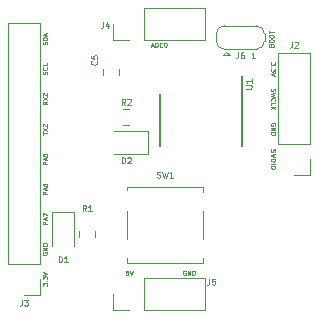
<source format=gbr>
G04 #@! TF.GenerationSoftware,KiCad,Pcbnew,(5.1.5)-2*
G04 #@! TF.CreationDate,2019-12-31T22:23:39+04:00*
G04 #@! TF.ProjectId,stm32f042_devboard,73746d33-3266-4303-9432-5f646576626f,1*
G04 #@! TF.SameCoordinates,Original*
G04 #@! TF.FileFunction,Legend,Top*
G04 #@! TF.FilePolarity,Positive*
%FSLAX46Y46*%
G04 Gerber Fmt 4.6, Leading zero omitted, Abs format (unit mm)*
G04 Created by KiCad (PCBNEW (5.1.5)-2) date 2019-12-31 22:23:39*
%MOMM*%
%LPD*%
G04 APERTURE LIST*
%ADD10C,0.076200*%
%ADD11C,0.120000*%
%ADD12C,0.150000*%
G04 APERTURE END LIST*
D10*
X141949714Y-98361500D02*
X141913428Y-98343357D01*
X141859000Y-98343357D01*
X141804571Y-98361500D01*
X141768285Y-98397785D01*
X141750142Y-98434071D01*
X141732000Y-98506642D01*
X141732000Y-98561071D01*
X141750142Y-98633642D01*
X141768285Y-98669928D01*
X141804571Y-98706214D01*
X141859000Y-98724357D01*
X141895285Y-98724357D01*
X141949714Y-98706214D01*
X141967857Y-98688071D01*
X141967857Y-98561071D01*
X141895285Y-98561071D01*
X142131142Y-98724357D02*
X142131142Y-98343357D01*
X142348857Y-98724357D01*
X142348857Y-98343357D01*
X142530285Y-98724357D02*
X142530285Y-98343357D01*
X142621000Y-98343357D01*
X142675428Y-98361500D01*
X142711714Y-98397785D01*
X142729857Y-98434071D01*
X142748000Y-98506642D01*
X142748000Y-98561071D01*
X142729857Y-98633642D01*
X142711714Y-98669928D01*
X142675428Y-98706214D01*
X142621000Y-98724357D01*
X142530285Y-98724357D01*
X137087428Y-98343357D02*
X136906000Y-98343357D01*
X136887857Y-98524785D01*
X136906000Y-98506642D01*
X136942285Y-98488500D01*
X137033000Y-98488500D01*
X137069285Y-98506642D01*
X137087428Y-98524785D01*
X137105571Y-98561071D01*
X137105571Y-98651785D01*
X137087428Y-98688071D01*
X137069285Y-98706214D01*
X137033000Y-98724357D01*
X136942285Y-98724357D01*
X136906000Y-98706214D01*
X136887857Y-98688071D01*
X137214428Y-98343357D02*
X137341428Y-98724357D01*
X137468428Y-98343357D01*
X149542500Y-86069714D02*
X149560642Y-86033428D01*
X149560642Y-85979000D01*
X149542500Y-85924571D01*
X149506214Y-85888285D01*
X149469928Y-85870142D01*
X149397357Y-85852000D01*
X149342928Y-85852000D01*
X149270357Y-85870142D01*
X149234071Y-85888285D01*
X149197785Y-85924571D01*
X149179642Y-85979000D01*
X149179642Y-86015285D01*
X149197785Y-86069714D01*
X149215928Y-86087857D01*
X149342928Y-86087857D01*
X149342928Y-86015285D01*
X149179642Y-86251142D02*
X149560642Y-86251142D01*
X149179642Y-86468857D01*
X149560642Y-86468857D01*
X149179642Y-86650285D02*
X149560642Y-86650285D01*
X149560642Y-86741000D01*
X149542500Y-86795428D01*
X149506214Y-86831714D01*
X149469928Y-86849857D01*
X149397357Y-86868000D01*
X149342928Y-86868000D01*
X149270357Y-86849857D01*
X149234071Y-86831714D01*
X149197785Y-86795428D01*
X149179642Y-86741000D01*
X149179642Y-86650285D01*
X149560642Y-80717571D02*
X149560642Y-80953428D01*
X149415500Y-80826428D01*
X149415500Y-80880857D01*
X149397357Y-80917142D01*
X149379214Y-80935285D01*
X149342928Y-80953428D01*
X149252214Y-80953428D01*
X149215928Y-80935285D01*
X149197785Y-80917142D01*
X149179642Y-80880857D01*
X149179642Y-80772000D01*
X149197785Y-80735714D01*
X149215928Y-80717571D01*
X149215928Y-81116714D02*
X149197785Y-81134857D01*
X149179642Y-81116714D01*
X149197785Y-81098571D01*
X149215928Y-81116714D01*
X149179642Y-81116714D01*
X149560642Y-81261857D02*
X149560642Y-81497714D01*
X149415500Y-81370714D01*
X149415500Y-81425142D01*
X149397357Y-81461428D01*
X149379214Y-81479571D01*
X149342928Y-81497714D01*
X149252214Y-81497714D01*
X149215928Y-81479571D01*
X149197785Y-81461428D01*
X149179642Y-81425142D01*
X149179642Y-81316285D01*
X149197785Y-81280000D01*
X149215928Y-81261857D01*
X149560642Y-81606571D02*
X149179642Y-81733571D01*
X149560642Y-81860571D01*
X147809857Y-80309357D02*
X147592142Y-80309357D01*
X147701000Y-80309357D02*
X147701000Y-79928357D01*
X147664714Y-79982785D01*
X147628428Y-80019071D01*
X147592142Y-80037214D01*
X139046857Y-79311500D02*
X139228285Y-79311500D01*
X139010571Y-79420357D02*
X139137571Y-79039357D01*
X139264571Y-79420357D01*
X139391571Y-79420357D02*
X139391571Y-79039357D01*
X139482285Y-79039357D01*
X139536714Y-79057500D01*
X139573000Y-79093785D01*
X139591142Y-79130071D01*
X139609285Y-79202642D01*
X139609285Y-79257071D01*
X139591142Y-79329642D01*
X139573000Y-79365928D01*
X139536714Y-79402214D01*
X139482285Y-79420357D01*
X139391571Y-79420357D01*
X139990285Y-79384071D02*
X139972142Y-79402214D01*
X139917714Y-79420357D01*
X139881428Y-79420357D01*
X139827000Y-79402214D01*
X139790714Y-79365928D01*
X139772571Y-79329642D01*
X139754428Y-79257071D01*
X139754428Y-79202642D01*
X139772571Y-79130071D01*
X139790714Y-79093785D01*
X139827000Y-79057500D01*
X139881428Y-79039357D01*
X139917714Y-79039357D01*
X139972142Y-79057500D01*
X139990285Y-79075642D01*
X140226142Y-79039357D02*
X140262428Y-79039357D01*
X140298714Y-79057500D01*
X140316857Y-79075642D01*
X140335000Y-79111928D01*
X140353142Y-79184500D01*
X140353142Y-79275214D01*
X140335000Y-79347785D01*
X140316857Y-79384071D01*
X140298714Y-79402214D01*
X140262428Y-79420357D01*
X140226142Y-79420357D01*
X140189857Y-79402214D01*
X140171714Y-79384071D01*
X140153571Y-79347785D01*
X140135428Y-79275214D01*
X140135428Y-79184500D01*
X140153571Y-79111928D01*
X140171714Y-79075642D01*
X140189857Y-79057500D01*
X140226142Y-79039357D01*
X130202214Y-79202642D02*
X130220357Y-79148214D01*
X130220357Y-79057500D01*
X130202214Y-79021214D01*
X130184071Y-79003071D01*
X130147785Y-78984928D01*
X130111500Y-78984928D01*
X130075214Y-79003071D01*
X130057071Y-79021214D01*
X130038928Y-79057500D01*
X130020785Y-79130071D01*
X130002642Y-79166357D01*
X129984500Y-79184500D01*
X129948214Y-79202642D01*
X129911928Y-79202642D01*
X129875642Y-79184500D01*
X129857500Y-79166357D01*
X129839357Y-79130071D01*
X129839357Y-79039357D01*
X129857500Y-78984928D01*
X130220357Y-78821642D02*
X129839357Y-78821642D01*
X129839357Y-78730928D01*
X129857500Y-78676500D01*
X129893785Y-78640214D01*
X129930071Y-78622071D01*
X130002642Y-78603928D01*
X130057071Y-78603928D01*
X130129642Y-78622071D01*
X130165928Y-78640214D01*
X130202214Y-78676500D01*
X130220357Y-78730928D01*
X130220357Y-78821642D01*
X130111500Y-78458785D02*
X130111500Y-78277357D01*
X130220357Y-78495071D02*
X129839357Y-78368071D01*
X130220357Y-78241071D01*
X130202214Y-81733571D02*
X130220357Y-81679142D01*
X130220357Y-81588428D01*
X130202214Y-81552142D01*
X130184071Y-81534000D01*
X130147785Y-81515857D01*
X130111500Y-81515857D01*
X130075214Y-81534000D01*
X130057071Y-81552142D01*
X130038928Y-81588428D01*
X130020785Y-81661000D01*
X130002642Y-81697285D01*
X129984500Y-81715428D01*
X129948214Y-81733571D01*
X129911928Y-81733571D01*
X129875642Y-81715428D01*
X129857500Y-81697285D01*
X129839357Y-81661000D01*
X129839357Y-81570285D01*
X129857500Y-81515857D01*
X130184071Y-81134857D02*
X130202214Y-81153000D01*
X130220357Y-81207428D01*
X130220357Y-81243714D01*
X130202214Y-81298142D01*
X130165928Y-81334428D01*
X130129642Y-81352571D01*
X130057071Y-81370714D01*
X130002642Y-81370714D01*
X129930071Y-81352571D01*
X129893785Y-81334428D01*
X129857500Y-81298142D01*
X129839357Y-81243714D01*
X129839357Y-81207428D01*
X129857500Y-81153000D01*
X129875642Y-81134857D01*
X130220357Y-80790142D02*
X130220357Y-80971571D01*
X129839357Y-80971571D01*
X130220357Y-84064928D02*
X130038928Y-84191928D01*
X130220357Y-84282642D02*
X129839357Y-84282642D01*
X129839357Y-84137500D01*
X129857500Y-84101214D01*
X129875642Y-84083071D01*
X129911928Y-84064928D01*
X129966357Y-84064928D01*
X130002642Y-84083071D01*
X130020785Y-84101214D01*
X130038928Y-84137500D01*
X130038928Y-84282642D01*
X129839357Y-83937928D02*
X130220357Y-83683928D01*
X129839357Y-83683928D02*
X130220357Y-83937928D01*
X129875642Y-83556928D02*
X129857500Y-83538785D01*
X129839357Y-83502500D01*
X129839357Y-83411785D01*
X129857500Y-83375500D01*
X129875642Y-83357357D01*
X129911928Y-83339214D01*
X129948214Y-83339214D01*
X130002642Y-83357357D01*
X130220357Y-83575071D01*
X130220357Y-83339214D01*
X129839357Y-86831714D02*
X129839357Y-86614000D01*
X130220357Y-86722857D02*
X129839357Y-86722857D01*
X129839357Y-86523285D02*
X130220357Y-86269285D01*
X129839357Y-86269285D02*
X130220357Y-86523285D01*
X129875642Y-86142285D02*
X129857500Y-86124142D01*
X129839357Y-86087857D01*
X129839357Y-85997142D01*
X129857500Y-85960857D01*
X129875642Y-85942714D01*
X129911928Y-85924571D01*
X129948214Y-85924571D01*
X130002642Y-85942714D01*
X130220357Y-86160428D01*
X130220357Y-85924571D01*
X130220357Y-89344500D02*
X129839357Y-89344500D01*
X129839357Y-89199357D01*
X129857500Y-89163071D01*
X129875642Y-89144928D01*
X129911928Y-89126785D01*
X129966357Y-89126785D01*
X130002642Y-89144928D01*
X130020785Y-89163071D01*
X130038928Y-89199357D01*
X130038928Y-89344500D01*
X130111500Y-88981642D02*
X130111500Y-88800214D01*
X130220357Y-89017928D02*
X129839357Y-88890928D01*
X130220357Y-88763928D01*
X129839357Y-88455500D02*
X129839357Y-88636928D01*
X130020785Y-88655071D01*
X130002642Y-88636928D01*
X129984500Y-88600642D01*
X129984500Y-88509928D01*
X130002642Y-88473642D01*
X130020785Y-88455500D01*
X130057071Y-88437357D01*
X130147785Y-88437357D01*
X130184071Y-88455500D01*
X130202214Y-88473642D01*
X130220357Y-88509928D01*
X130220357Y-88600642D01*
X130202214Y-88636928D01*
X130184071Y-88655071D01*
X130220357Y-91884500D02*
X129839357Y-91884500D01*
X129839357Y-91739357D01*
X129857500Y-91703071D01*
X129875642Y-91684928D01*
X129911928Y-91666785D01*
X129966357Y-91666785D01*
X130002642Y-91684928D01*
X130020785Y-91703071D01*
X130038928Y-91739357D01*
X130038928Y-91884500D01*
X130111500Y-91521642D02*
X130111500Y-91340214D01*
X130220357Y-91557928D02*
X129839357Y-91430928D01*
X130220357Y-91303928D01*
X129839357Y-91013642D02*
X129839357Y-91086214D01*
X129857500Y-91122500D01*
X129875642Y-91140642D01*
X129930071Y-91176928D01*
X130002642Y-91195071D01*
X130147785Y-91195071D01*
X130184071Y-91176928D01*
X130202214Y-91158785D01*
X130220357Y-91122500D01*
X130220357Y-91049928D01*
X130202214Y-91013642D01*
X130184071Y-90995500D01*
X130147785Y-90977357D01*
X130057071Y-90977357D01*
X130020785Y-90995500D01*
X130002642Y-91013642D01*
X129984500Y-91049928D01*
X129984500Y-91122500D01*
X130002642Y-91158785D01*
X130020785Y-91176928D01*
X130057071Y-91195071D01*
X130220357Y-94424500D02*
X129839357Y-94424500D01*
X129839357Y-94279357D01*
X129857500Y-94243071D01*
X129875642Y-94224928D01*
X129911928Y-94206785D01*
X129966357Y-94206785D01*
X130002642Y-94224928D01*
X130020785Y-94243071D01*
X130038928Y-94279357D01*
X130038928Y-94424500D01*
X130111500Y-94061642D02*
X130111500Y-93880214D01*
X130220357Y-94097928D02*
X129839357Y-93970928D01*
X130220357Y-93843928D01*
X129839357Y-93753214D02*
X129839357Y-93499214D01*
X130220357Y-93662500D01*
X129857500Y-96810285D02*
X129839357Y-96846571D01*
X129839357Y-96901000D01*
X129857500Y-96955428D01*
X129893785Y-96991714D01*
X129930071Y-97009857D01*
X130002642Y-97028000D01*
X130057071Y-97028000D01*
X130129642Y-97009857D01*
X130165928Y-96991714D01*
X130202214Y-96955428D01*
X130220357Y-96901000D01*
X130220357Y-96864714D01*
X130202214Y-96810285D01*
X130184071Y-96792142D01*
X130057071Y-96792142D01*
X130057071Y-96864714D01*
X130220357Y-96628857D02*
X129839357Y-96628857D01*
X130220357Y-96411142D01*
X129839357Y-96411142D01*
X130220357Y-96229714D02*
X129839357Y-96229714D01*
X129839357Y-96139000D01*
X129857500Y-96084571D01*
X129893785Y-96048285D01*
X129930071Y-96030142D01*
X130002642Y-96012000D01*
X130057071Y-96012000D01*
X130129642Y-96030142D01*
X130165928Y-96048285D01*
X130202214Y-96084571D01*
X130220357Y-96139000D01*
X130220357Y-96229714D01*
X129839357Y-99622428D02*
X129839357Y-99386571D01*
X129984500Y-99513571D01*
X129984500Y-99459142D01*
X130002642Y-99422857D01*
X130020785Y-99404714D01*
X130057071Y-99386571D01*
X130147785Y-99386571D01*
X130184071Y-99404714D01*
X130202214Y-99422857D01*
X130220357Y-99459142D01*
X130220357Y-99568000D01*
X130202214Y-99604285D01*
X130184071Y-99622428D01*
X130184071Y-99223285D02*
X130202214Y-99205142D01*
X130220357Y-99223285D01*
X130202214Y-99241428D01*
X130184071Y-99223285D01*
X130220357Y-99223285D01*
X129839357Y-99078142D02*
X129839357Y-98842285D01*
X129984500Y-98969285D01*
X129984500Y-98914857D01*
X130002642Y-98878571D01*
X130020785Y-98860428D01*
X130057071Y-98842285D01*
X130147785Y-98842285D01*
X130184071Y-98860428D01*
X130202214Y-98878571D01*
X130220357Y-98914857D01*
X130220357Y-99023714D01*
X130202214Y-99060000D01*
X130184071Y-99078142D01*
X129839357Y-98733428D02*
X130220357Y-98606428D01*
X129839357Y-98479428D01*
X149197785Y-82958214D02*
X149179642Y-83012642D01*
X149179642Y-83103357D01*
X149197785Y-83139642D01*
X149215928Y-83157785D01*
X149252214Y-83175928D01*
X149288500Y-83175928D01*
X149324785Y-83157785D01*
X149342928Y-83139642D01*
X149361071Y-83103357D01*
X149379214Y-83030785D01*
X149397357Y-82994500D01*
X149415500Y-82976357D01*
X149451785Y-82958214D01*
X149488071Y-82958214D01*
X149524357Y-82976357D01*
X149542500Y-82994500D01*
X149560642Y-83030785D01*
X149560642Y-83121500D01*
X149542500Y-83175928D01*
X149560642Y-83302928D02*
X149179642Y-83393642D01*
X149451785Y-83466214D01*
X149179642Y-83538785D01*
X149560642Y-83629500D01*
X149215928Y-83992357D02*
X149197785Y-83974214D01*
X149179642Y-83919785D01*
X149179642Y-83883500D01*
X149197785Y-83829071D01*
X149234071Y-83792785D01*
X149270357Y-83774642D01*
X149342928Y-83756500D01*
X149397357Y-83756500D01*
X149469928Y-83774642D01*
X149506214Y-83792785D01*
X149542500Y-83829071D01*
X149560642Y-83883500D01*
X149560642Y-83919785D01*
X149542500Y-83974214D01*
X149524357Y-83992357D01*
X149179642Y-84337071D02*
X149179642Y-84155642D01*
X149560642Y-84155642D01*
X149179642Y-84464071D02*
X149560642Y-84464071D01*
X149179642Y-84681785D02*
X149397357Y-84518500D01*
X149560642Y-84681785D02*
X149342928Y-84464071D01*
X149197785Y-88092642D02*
X149179642Y-88147071D01*
X149179642Y-88237785D01*
X149197785Y-88274071D01*
X149215928Y-88292214D01*
X149252214Y-88310357D01*
X149288500Y-88310357D01*
X149324785Y-88292214D01*
X149342928Y-88274071D01*
X149361071Y-88237785D01*
X149379214Y-88165214D01*
X149397357Y-88128928D01*
X149415500Y-88110785D01*
X149451785Y-88092642D01*
X149488071Y-88092642D01*
X149524357Y-88110785D01*
X149542500Y-88128928D01*
X149560642Y-88165214D01*
X149560642Y-88255928D01*
X149542500Y-88310357D01*
X149560642Y-88437357D02*
X149179642Y-88528071D01*
X149451785Y-88600642D01*
X149179642Y-88673214D01*
X149560642Y-88763928D01*
X149179642Y-88909071D02*
X149560642Y-88909071D01*
X149560642Y-88999785D01*
X149542500Y-89054214D01*
X149506214Y-89090500D01*
X149469928Y-89108642D01*
X149397357Y-89126785D01*
X149342928Y-89126785D01*
X149270357Y-89108642D01*
X149234071Y-89090500D01*
X149197785Y-89054214D01*
X149179642Y-88999785D01*
X149179642Y-88909071D01*
X149179642Y-89290071D02*
X149560642Y-89290071D01*
X149560642Y-89544071D02*
X149560642Y-89616642D01*
X149542500Y-89652928D01*
X149506214Y-89689214D01*
X149433642Y-89707357D01*
X149306642Y-89707357D01*
X149234071Y-89689214D01*
X149197785Y-89652928D01*
X149179642Y-89616642D01*
X149179642Y-89544071D01*
X149197785Y-89507785D01*
X149234071Y-89471500D01*
X149306642Y-89453357D01*
X149433642Y-89453357D01*
X149506214Y-89471500D01*
X149542500Y-89507785D01*
X149560642Y-89544071D01*
X149197785Y-79257071D02*
X149215928Y-79202642D01*
X149234071Y-79184500D01*
X149270357Y-79166357D01*
X149324785Y-79166357D01*
X149361071Y-79184500D01*
X149379214Y-79202642D01*
X149397357Y-79238928D01*
X149397357Y-79384071D01*
X149016357Y-79384071D01*
X149016357Y-79257071D01*
X149034500Y-79220785D01*
X149052642Y-79202642D01*
X149088928Y-79184500D01*
X149125214Y-79184500D01*
X149161500Y-79202642D01*
X149179642Y-79220785D01*
X149197785Y-79257071D01*
X149197785Y-79384071D01*
X149016357Y-78930500D02*
X149016357Y-78857928D01*
X149034500Y-78821642D01*
X149070785Y-78785357D01*
X149143357Y-78767214D01*
X149270357Y-78767214D01*
X149342928Y-78785357D01*
X149379214Y-78821642D01*
X149397357Y-78857928D01*
X149397357Y-78930500D01*
X149379214Y-78966785D01*
X149342928Y-79003071D01*
X149270357Y-79021214D01*
X149143357Y-79021214D01*
X149070785Y-79003071D01*
X149034500Y-78966785D01*
X149016357Y-78930500D01*
X149016357Y-78531357D02*
X149016357Y-78458785D01*
X149034500Y-78422500D01*
X149070785Y-78386214D01*
X149143357Y-78368071D01*
X149270357Y-78368071D01*
X149342928Y-78386214D01*
X149379214Y-78422500D01*
X149397357Y-78458785D01*
X149397357Y-78531357D01*
X149379214Y-78567642D01*
X149342928Y-78603928D01*
X149270357Y-78622071D01*
X149143357Y-78622071D01*
X149070785Y-78603928D01*
X149034500Y-78567642D01*
X149016357Y-78531357D01*
X149016357Y-78259214D02*
X149016357Y-78041500D01*
X149397357Y-78150357D02*
X149016357Y-78150357D01*
D11*
X144538000Y-78313000D02*
G75*
G02X145238000Y-77613000I700000J0D01*
G01*
X145238000Y-79613000D02*
G75*
G02X144538000Y-78913000I0J700000D01*
G01*
X148638000Y-78913000D02*
G75*
G02X147938000Y-79613000I-700000J0D01*
G01*
X147938000Y-77613000D02*
G75*
G02X148638000Y-78313000I0J-700000D01*
G01*
X145188000Y-77613000D02*
X147988000Y-77613000D01*
X148638000Y-78313000D02*
X148638000Y-78913000D01*
X147988000Y-79613000D02*
X145188000Y-79613000D01*
X144538000Y-78913000D02*
X144538000Y-78313000D01*
X145388000Y-79813000D02*
X145088000Y-80113000D01*
X145088000Y-80113000D02*
X145688000Y-80113000D01*
X145388000Y-79813000D02*
X145688000Y-80113000D01*
X138775000Y-86543000D02*
X135915000Y-86543000D01*
X138775000Y-88463000D02*
X138775000Y-86543000D01*
X135915000Y-88463000D02*
X138775000Y-88463000D01*
X130612000Y-93399000D02*
X130612000Y-96259000D01*
X132532000Y-93399000D02*
X130612000Y-93399000D01*
X132532000Y-96259000D02*
X132532000Y-93399000D01*
X135830000Y-101660000D02*
X135830000Y-100330000D01*
X137160000Y-101660000D02*
X135830000Y-101660000D01*
X138430000Y-101660000D02*
X138430000Y-99000000D01*
X138430000Y-99000000D02*
X143570000Y-99000000D01*
X138430000Y-101660000D02*
X143570000Y-101660000D01*
X143570000Y-101660000D02*
X143570000Y-99000000D01*
X135830000Y-78800000D02*
X135830000Y-77470000D01*
X137160000Y-78800000D02*
X135830000Y-78800000D01*
X138430000Y-78800000D02*
X138430000Y-76140000D01*
X138430000Y-76140000D02*
X143570000Y-76140000D01*
X138430000Y-78800000D02*
X143570000Y-78800000D01*
X143570000Y-78800000D02*
X143570000Y-76140000D01*
X129600000Y-100390000D02*
X128270000Y-100390000D01*
X129600000Y-99060000D02*
X129600000Y-100390000D01*
X129600000Y-97790000D02*
X126940000Y-97790000D01*
X126940000Y-97790000D02*
X126940000Y-77410000D01*
X129600000Y-97790000D02*
X129600000Y-77410000D01*
X129600000Y-77410000D02*
X126940000Y-77410000D01*
X143418000Y-95688000D02*
X143418000Y-93288000D01*
X143418000Y-97698000D02*
X143418000Y-97288000D01*
X136998000Y-97698000D02*
X143418000Y-97698000D01*
X136998000Y-97288000D02*
X136998000Y-97698000D01*
X136998000Y-93288000D02*
X136998000Y-95688000D01*
X136998000Y-91278000D02*
X136998000Y-91558000D01*
X143418000Y-91278000D02*
X136998000Y-91278000D01*
X143418000Y-91688000D02*
X143418000Y-91278000D01*
X137176252Y-84634000D02*
X136653748Y-84634000D01*
X137176252Y-86054000D02*
X136653748Y-86054000D01*
X134314000Y-95502252D02*
X134314000Y-94979748D01*
X132894000Y-95502252D02*
X132894000Y-94979748D01*
X152460000Y-90230000D02*
X151130000Y-90230000D01*
X152460000Y-88900000D02*
X152460000Y-90230000D01*
X152460000Y-87630000D02*
X149800000Y-87630000D01*
X149800000Y-87630000D02*
X149800000Y-79950000D01*
X152460000Y-87630000D02*
X152460000Y-79950000D01*
X152460000Y-79950000D02*
X149800000Y-79950000D01*
X134926000Y-81281748D02*
X134926000Y-81804252D01*
X136346000Y-81281748D02*
X136346000Y-81804252D01*
D12*
X146706000Y-81848000D02*
X146706000Y-87823000D01*
X139806000Y-83373000D02*
X139806000Y-87823000D01*
D10*
X146388666Y-79858809D02*
X146388666Y-80221666D01*
X146364476Y-80294238D01*
X146316095Y-80342619D01*
X146243523Y-80366809D01*
X146195142Y-80366809D01*
X146848285Y-79858809D02*
X146751523Y-79858809D01*
X146703142Y-79883000D01*
X146678952Y-79907190D01*
X146630571Y-79979761D01*
X146606380Y-80076523D01*
X146606380Y-80270047D01*
X146630571Y-80318428D01*
X146654761Y-80342619D01*
X146703142Y-80366809D01*
X146799904Y-80366809D01*
X146848285Y-80342619D01*
X146872476Y-80318428D01*
X146896666Y-80270047D01*
X146896666Y-80149095D01*
X146872476Y-80100714D01*
X146848285Y-80076523D01*
X146799904Y-80052333D01*
X146703142Y-80052333D01*
X146654761Y-80076523D01*
X146630571Y-80100714D01*
X146606380Y-80149095D01*
X136549047Y-89256809D02*
X136549047Y-88748809D01*
X136670000Y-88748809D01*
X136742571Y-88773000D01*
X136790952Y-88821380D01*
X136815142Y-88869761D01*
X136839333Y-88966523D01*
X136839333Y-89039095D01*
X136815142Y-89135857D01*
X136790952Y-89184238D01*
X136742571Y-89232619D01*
X136670000Y-89256809D01*
X136549047Y-89256809D01*
X137032857Y-88797190D02*
X137057047Y-88773000D01*
X137105428Y-88748809D01*
X137226380Y-88748809D01*
X137274761Y-88773000D01*
X137298952Y-88797190D01*
X137323142Y-88845571D01*
X137323142Y-88893952D01*
X137298952Y-88966523D01*
X137008666Y-89256809D01*
X137323142Y-89256809D01*
X131197047Y-97647809D02*
X131197047Y-97139809D01*
X131318000Y-97139809D01*
X131390571Y-97164000D01*
X131438952Y-97212380D01*
X131463142Y-97260761D01*
X131487333Y-97357523D01*
X131487333Y-97430095D01*
X131463142Y-97526857D01*
X131438952Y-97575238D01*
X131390571Y-97623619D01*
X131318000Y-97647809D01*
X131197047Y-97647809D01*
X131971142Y-97647809D02*
X131680857Y-97647809D01*
X131826000Y-97647809D02*
X131826000Y-97139809D01*
X131777619Y-97212380D01*
X131729238Y-97260761D01*
X131680857Y-97284952D01*
X143975666Y-99035809D02*
X143975666Y-99398666D01*
X143951476Y-99471238D01*
X143903095Y-99519619D01*
X143830523Y-99543809D01*
X143782142Y-99543809D01*
X144459476Y-99035809D02*
X144217571Y-99035809D01*
X144193380Y-99277714D01*
X144217571Y-99253523D01*
X144265952Y-99229333D01*
X144386904Y-99229333D01*
X144435285Y-99253523D01*
X144459476Y-99277714D01*
X144483666Y-99326095D01*
X144483666Y-99447047D01*
X144459476Y-99495428D01*
X144435285Y-99519619D01*
X144386904Y-99543809D01*
X144265952Y-99543809D01*
X144217571Y-99519619D01*
X144193380Y-99495428D01*
X134958666Y-77318809D02*
X134958666Y-77681666D01*
X134934476Y-77754238D01*
X134886095Y-77802619D01*
X134813523Y-77826809D01*
X134765142Y-77826809D01*
X135418285Y-77488142D02*
X135418285Y-77826809D01*
X135297333Y-77294619D02*
X135176380Y-77657476D01*
X135490857Y-77657476D01*
X128100666Y-100813809D02*
X128100666Y-101176666D01*
X128076476Y-101249238D01*
X128028095Y-101297619D01*
X127955523Y-101321809D01*
X127907142Y-101321809D01*
X128294190Y-100813809D02*
X128608666Y-100813809D01*
X128439333Y-101007333D01*
X128511904Y-101007333D01*
X128560285Y-101031523D01*
X128584476Y-101055714D01*
X128608666Y-101104095D01*
X128608666Y-101225047D01*
X128584476Y-101273428D01*
X128560285Y-101297619D01*
X128511904Y-101321809D01*
X128366761Y-101321809D01*
X128318380Y-101297619D01*
X128294190Y-101273428D01*
X139530666Y-90453619D02*
X139603238Y-90477809D01*
X139724190Y-90477809D01*
X139772571Y-90453619D01*
X139796761Y-90429428D01*
X139820952Y-90381047D01*
X139820952Y-90332666D01*
X139796761Y-90284285D01*
X139772571Y-90260095D01*
X139724190Y-90235904D01*
X139627428Y-90211714D01*
X139579047Y-90187523D01*
X139554857Y-90163333D01*
X139530666Y-90114952D01*
X139530666Y-90066571D01*
X139554857Y-90018190D01*
X139579047Y-89994000D01*
X139627428Y-89969809D01*
X139748380Y-89969809D01*
X139820952Y-89994000D01*
X139990285Y-89969809D02*
X140111238Y-90477809D01*
X140208000Y-90114952D01*
X140304761Y-90477809D01*
X140425714Y-89969809D01*
X140885333Y-90477809D02*
X140595047Y-90477809D01*
X140740190Y-90477809D02*
X140740190Y-89969809D01*
X140691809Y-90042380D01*
X140643428Y-90090761D01*
X140595047Y-90114952D01*
X136830333Y-84303809D02*
X136661000Y-84061904D01*
X136540047Y-84303809D02*
X136540047Y-83795809D01*
X136733571Y-83795809D01*
X136781952Y-83820000D01*
X136806142Y-83844190D01*
X136830333Y-83892571D01*
X136830333Y-83965142D01*
X136806142Y-84013523D01*
X136781952Y-84037714D01*
X136733571Y-84061904D01*
X136540047Y-84061904D01*
X137023857Y-83844190D02*
X137048047Y-83820000D01*
X137096428Y-83795809D01*
X137217380Y-83795809D01*
X137265761Y-83820000D01*
X137289952Y-83844190D01*
X137314142Y-83892571D01*
X137314142Y-83940952D01*
X137289952Y-84013523D01*
X136999666Y-84303809D01*
X137314142Y-84303809D01*
X133519333Y-93320809D02*
X133350000Y-93078904D01*
X133229047Y-93320809D02*
X133229047Y-92812809D01*
X133422571Y-92812809D01*
X133470952Y-92837000D01*
X133495142Y-92861190D01*
X133519333Y-92909571D01*
X133519333Y-92982142D01*
X133495142Y-93030523D01*
X133470952Y-93054714D01*
X133422571Y-93078904D01*
X133229047Y-93078904D01*
X134003142Y-93320809D02*
X133712857Y-93320809D01*
X133858000Y-93320809D02*
X133858000Y-92812809D01*
X133809619Y-92885380D01*
X133761238Y-92933761D01*
X133712857Y-92957952D01*
X150960666Y-78969809D02*
X150960666Y-79332666D01*
X150936476Y-79405238D01*
X150888095Y-79453619D01*
X150815523Y-79477809D01*
X150767142Y-79477809D01*
X151178380Y-79018190D02*
X151202571Y-78994000D01*
X151250952Y-78969809D01*
X151371904Y-78969809D01*
X151420285Y-78994000D01*
X151444476Y-79018190D01*
X151468666Y-79066571D01*
X151468666Y-79114952D01*
X151444476Y-79187523D01*
X151154190Y-79477809D01*
X151468666Y-79477809D01*
X134420428Y-80602666D02*
X134444619Y-80626857D01*
X134468809Y-80699428D01*
X134468809Y-80747809D01*
X134444619Y-80820380D01*
X134396238Y-80868761D01*
X134347857Y-80892952D01*
X134251095Y-80917142D01*
X134178523Y-80917142D01*
X134081761Y-80892952D01*
X134033380Y-80868761D01*
X133985000Y-80820380D01*
X133960809Y-80747809D01*
X133960809Y-80699428D01*
X133985000Y-80626857D01*
X134009190Y-80602666D01*
X133960809Y-80143047D02*
X133960809Y-80384952D01*
X134202714Y-80409142D01*
X134178523Y-80384952D01*
X134154333Y-80336571D01*
X134154333Y-80215619D01*
X134178523Y-80167238D01*
X134202714Y-80143047D01*
X134251095Y-80118857D01*
X134372047Y-80118857D01*
X134420428Y-80143047D01*
X134444619Y-80167238D01*
X134468809Y-80215619D01*
X134468809Y-80336571D01*
X134444619Y-80384952D01*
X134420428Y-80409142D01*
X147041809Y-82937047D02*
X147453047Y-82937047D01*
X147501428Y-82912857D01*
X147525619Y-82888666D01*
X147549809Y-82840285D01*
X147549809Y-82743523D01*
X147525619Y-82695142D01*
X147501428Y-82670952D01*
X147453047Y-82646761D01*
X147041809Y-82646761D01*
X147549809Y-82138761D02*
X147549809Y-82429047D01*
X147549809Y-82283904D02*
X147041809Y-82283904D01*
X147114380Y-82332285D01*
X147162761Y-82380666D01*
X147186952Y-82429047D01*
M02*

</source>
